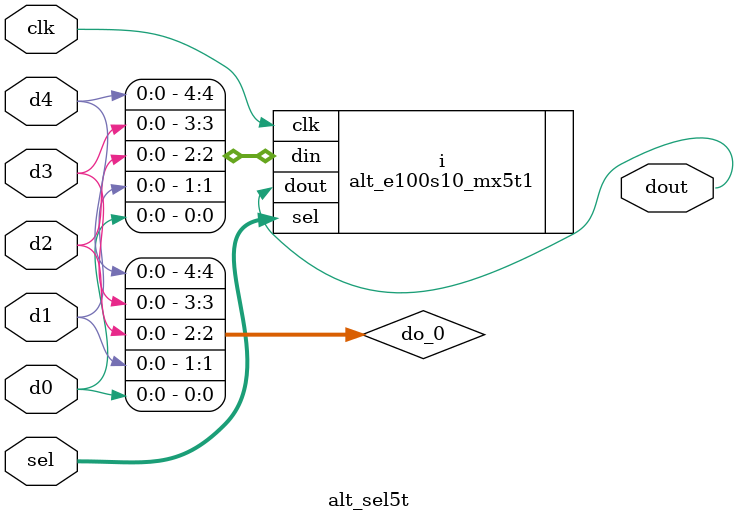
<source format=v>


`timescale 1 ps / 1 ps

// baeckler - 08-20-2012
// registered 5:1 MUX

// DESCRIPTION
// 
// This is a registered 5:1 bus MUX. The fifth channel is using the synchronous load, so the LUT depth is
// still arguably one.
// 

// CONFIDENCE
// This muxing component has very little state.  Problems should be clearly visible in simulation.
// 

module mx5r #(
	parameter WIDTH = 16
)(
	input clk,
	input [5*WIDTH-1:0] din,
	input [2:0] sel,
	output [WIDTH-1:0] dout
);

genvar k;
generate 
wire   [WIDTH-1:0] do_0;
for  (k=0; k<WIDTH; k=k+1) begin : lp
       alt_sel5t m (
        .d4(din[(4*WIDTH)+k]),
        .d3(din[(3*WIDTH)+k]),
        .d2(din[(2*WIDTH)+k]),
        .d1(din[(1*WIDTH)+k]),
        .d0(din[(0*WIDTH)+k]),
        .sel(sel[2:0]),
        .dout(dout[k]),
        .clk(clk)
       );
end
endgenerate

endmodule

module  alt_sel5t (
        input        clk,
	    input [2:0]  sel,
        input        d4, d3, d2, d1, d0, 
        output dout
);

wire [4:0]  do_0 = {d4,d3,d2,d1,d0};

alt_e100s10_mx5t1 i (
    .clk(clk),
    .din(do_0),
    .sel(sel),
    .dout(dout)
);

endmodule


// BENCHMARK INFO :  Uses helper file :  alt_mx5r1.v

</source>
